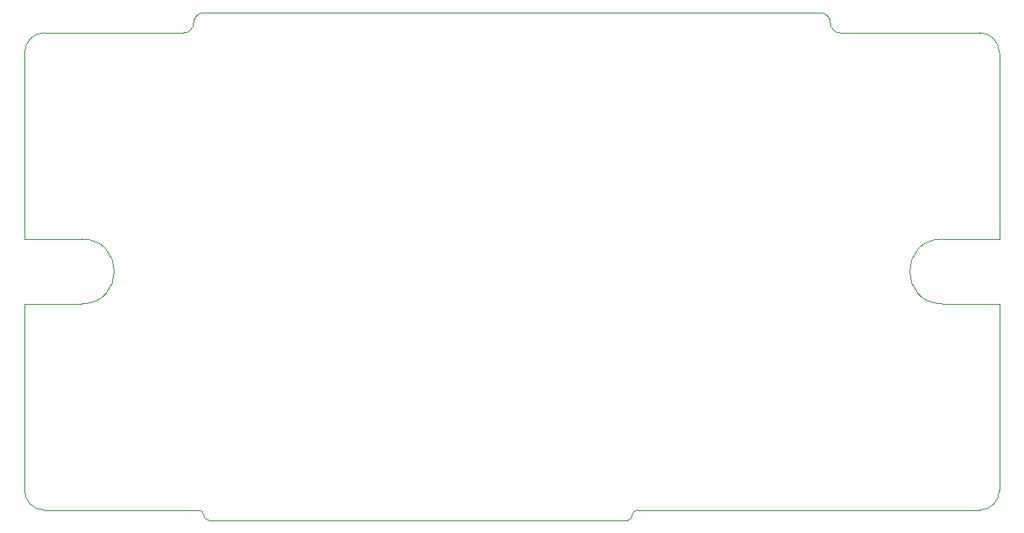
<source format=gbr>
%TF.GenerationSoftware,KiCad,Pcbnew,(5.1.9)-1*%
%TF.CreationDate,2021-04-04T20:09:26-07:00*%
%TF.ProjectId,miditwiddle,6d696469-7477-4696-9464-6c652e6b6963,rev?*%
%TF.SameCoordinates,PX9157080PY60e4b00*%
%TF.FileFunction,Profile,NP*%
%FSLAX46Y46*%
G04 Gerber Fmt 4.6, Leading zero omitted, Abs format (unit mm)*
G04 Created by KiCad (PCBNEW (5.1.9)-1) date 2021-04-04 20:09:26*
%MOMM*%
%LPD*%
G01*
G04 APERTURE LIST*
%TA.AperFunction,Profile*%
%ADD10C,0.050000*%
%TD*%
G04 APERTURE END LIST*
D10*
X-31000000Y26000000D02*
X31000000Y26000000D01*
X33000000Y24000000D02*
G75*
G02*
X32000000Y25000000I0J1000000D01*
G01*
X31000000Y26000000D02*
G75*
G02*
X32000000Y25000000I0J-1000000D01*
G01*
X-32000000Y25000000D02*
G75*
G02*
X-31000000Y26000000I1000000J0D01*
G01*
X-32000000Y25000000D02*
G75*
G02*
X-33000000Y24000000I-1000000J0D01*
G01*
X33000000Y24000000D02*
X47000000Y24000000D01*
X11600000Y-25000000D02*
X-30500000Y-25000000D01*
X12100000Y-24500000D02*
G75*
G02*
X12600000Y-24000000I500000J0D01*
G01*
X12100000Y-24500000D02*
G75*
G02*
X11600000Y-25000000I-500000J0D01*
G01*
X-31500000Y-24000000D02*
G75*
G02*
X-31000000Y-24500000I0J-500000D01*
G01*
X-30500000Y-25000000D02*
G75*
G02*
X-31000000Y-24500000I0J500000D01*
G01*
X47000000Y-24000000D02*
X12600000Y-24000000D01*
X-47000000Y-24000000D02*
G75*
G02*
X-49000000Y-22000000I0J2000000D01*
G01*
X-49000000Y22000000D02*
G75*
G02*
X-47000000Y24000000I2000000J0D01*
G01*
X47000000Y24000000D02*
G75*
G02*
X49000000Y22000000I0J-2000000D01*
G01*
X49000000Y-22000000D02*
G75*
G02*
X47000000Y-24000000I-2000000J0D01*
G01*
X-43250000Y3250000D02*
G75*
G02*
X-43250000Y-3250000I0J-3250000D01*
G01*
X43250000Y-3250000D02*
G75*
G02*
X43250000Y3250000I0J3250000D01*
G01*
X49000000Y-3250000D02*
X49000000Y-22000000D01*
X43250000Y-3250000D02*
X49000000Y-3250000D01*
X49000000Y3250000D02*
X43250000Y3250000D01*
X49000000Y22000000D02*
X49000000Y3250000D01*
X-47000000Y24000000D02*
X-33000000Y24000000D01*
X-49000000Y3250000D02*
X-49000000Y22000000D01*
X-43250000Y3250000D02*
X-49000000Y3250000D01*
X-49000000Y-3250000D02*
X-43250000Y-3250000D01*
X-49000000Y-22000000D02*
X-49000000Y-3250000D01*
X-31500000Y-24000000D02*
X-47000000Y-24000000D01*
M02*

</source>
